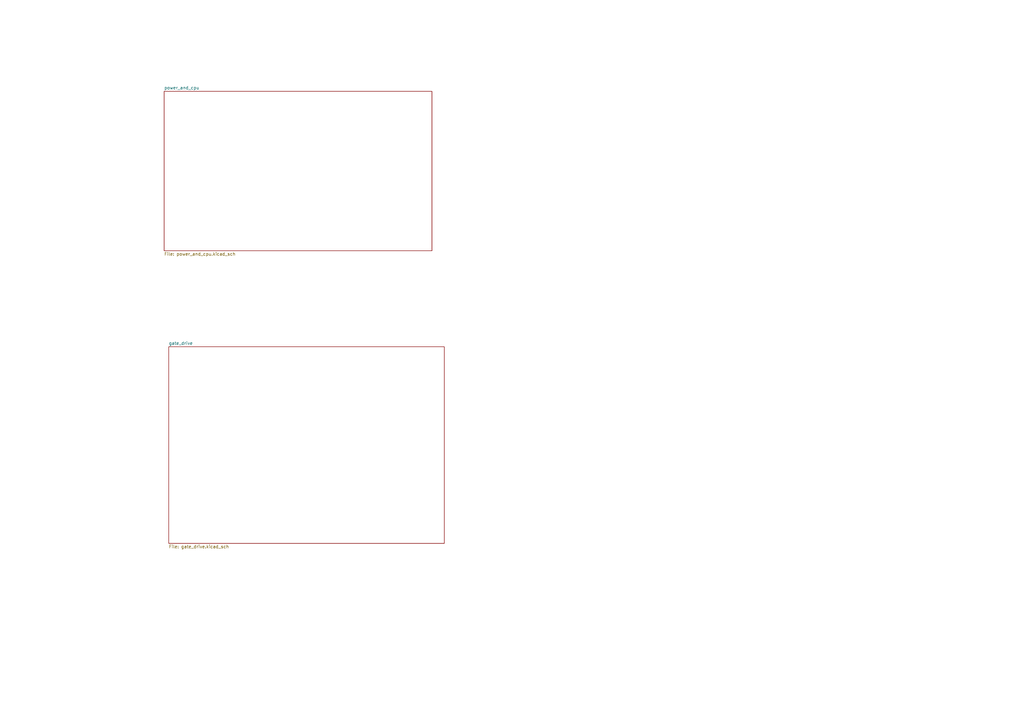
<source format=kicad_sch>
(kicad_sch (version 20211123) (generator eeschema)
  (paper "A3")
  (title_block (title "RP2040 Motor Controller") (date "2022-6-1") (rev "REV1") (company "Twisted Fields LLC") (comment 1 "(license roughly means, share, modify, etc, but do not sue us)") (comment 2 "LICENSE: CERN-OHL-P"))
  (lib_symbols)
  (sheet (at 67.31 37.465) (size 109.855 65.405) (stroke (width 0.1524))
    (property "Sheet name" "power_and_cpu" (at 67.31 36.7534 0) (effects (justify left bottom)))
    (property "Sheet file" "power_and_cpu.kicad_sch" (at 67.31 103.4546 0) (effects (justify left top)))
  )
  (sheet (at 69.215 142.24) (size 113.03 80.645) (stroke (width 0.1524))
    (property "Sheet name" "gate_drive" (at 69.215 141.5284 0) (effects (justify left bottom)))
    (property "Sheet file" "gate_drive.kicad_sch" (at 69.215 223.4696 0) (effects (justify left top)))
  )
)
</source>
